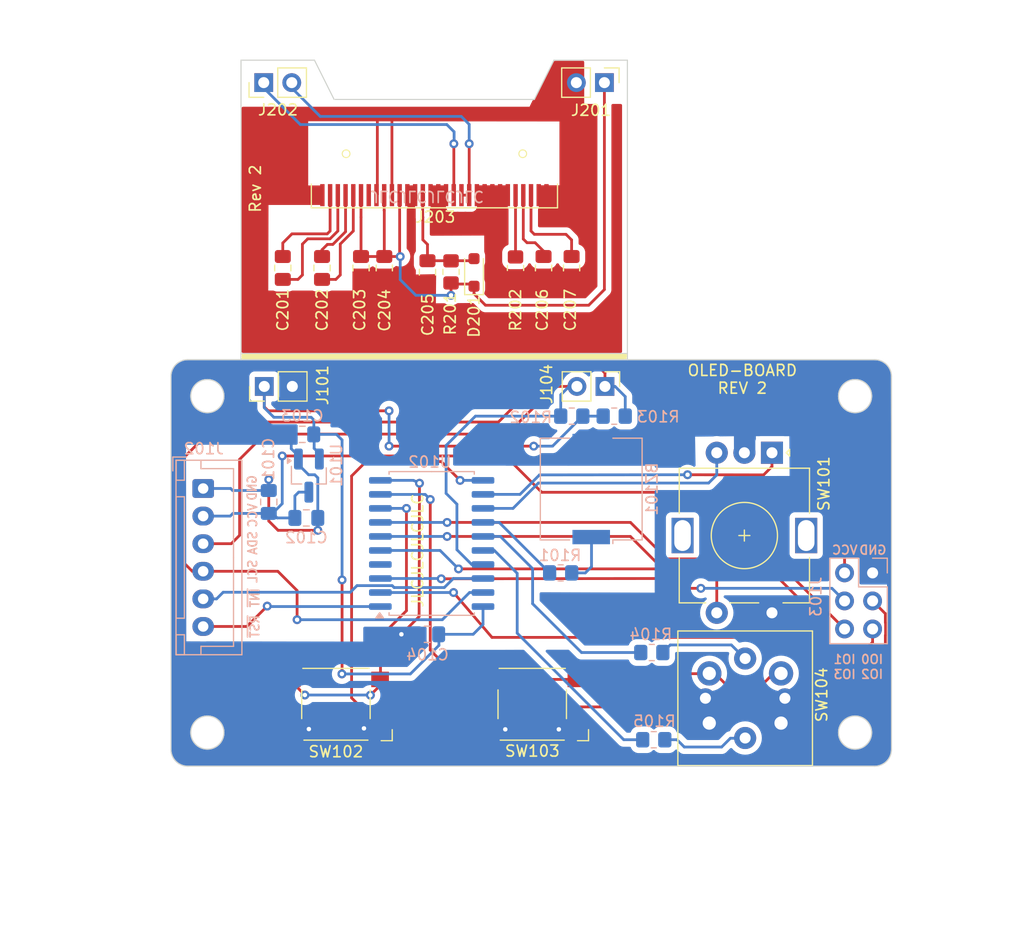
<source format=kicad_pcb>
(kicad_pcb (version 20240108) (generator "pcbnew") (generator_version "8.0")
  (title_block (date "2020-12-31") (rev "2"))
  (layers (0 "F.Cu" jumper) (31 "B.Cu" signal) (34 "B.Paste" user) (35 "F.Paste" user) (36 "B.SilkS" user "B.Silkscreen") (37 "F.SilkS" user "F.Silkscreen") (38 "B.Mask" user) (39 "F.Mask" user) (44 "Edge.Cuts" user))
  (net 0 "")
  (net 1 "GND")
  (net 2 "+3V3")
  (net 3 "VCC")
  (net 4 "~{RST}")
  (net 5 "Net-(BZ101-+)")
  (net 6 "Net-(J203-C2P)")
  (net 7 "Net-(J203-C2N)")
  (net 8 "Net-(J203-C1N)")
  (net 9 "Net-(J203-C1P)")
  (net 10 "Net-(D201-A)")
  (net 11 "SDA")
  (net 12 "SCL")
  (net 13 "~{INT}")
  (net 14 "IO1")
  (net 15 "IO0")
  (net 16 "Net-(J203-VCOMH)")
  (net 17 "LBTN")
  (net 18 "RBTN")
  (net 19 "MBTN")
  (net 20 "Net-(J203-VCC)")
  (net 21 "IO2")
  (net 22 "IO3")
  (net 23 "ENCB")
  (net 24 "ENCA")
  (net 25 "R-LED")
  (net 26 "G-LED")
  (net 27 "ENCBTN")
  (net 28 "Net-(J203-IREF)")
  (net 29 "BUZZER")
  (net 30 "Net-(R104-Pad2)")
  (net 31 "Net-(R105-Pad2)")
  (footprint "B3W-9000-RG2:B3W-9000-RG2" (layer "F.Cu") (at 121.8692 114.1)
    (property "Reference" "SW104")
    (property "Value" "B3W-9000-RG2N")
  )
  (footprint "Button_Switch_SMD:SW_SPST_Omron_B3FS-100xP" (layer "F.Cu") (at 102.5812 114.6429 180)
    (property "Reference" "SW103")
    (property "Value" "10mm")
  )
  (footprint "OledSupport-header:OledSupport-header" (layer "F.Cu") (at 109.1692 85.852 -90)
    (property "Reference" "J104")
    (property "Value" "Conn_01x02")
  )
  (footprint "OledSupport-header:OledSupport-header" (layer "F.Cu") (at 78.3082 85.852 90)
    (property "Reference" "J101")
    (property "Value" "Conn_01x02")
  )
  (footprint "Diode_SMD:D_SOD-323_HandSoldering" (layer "F.Cu") (at 97.3074 75.5269 90)
    (property "Reference" "D201")
    (property "Value" "1N4148WS")
  )
  (footprint "Capacitor_SMD:C_0805_2012Metric_Pad1.18x1.45mm_HandSolder" (layer "F.Cu") (at 87.0712 75.1205 -90)
    (property "Reference" "C203")
    (property "Value" "1µF")
  )
  (footprint "Capacitor_SMD:C_0805_2012Metric_Pad1.18x1.45mm_HandSolder" (layer "F.Cu") (at 79.9846 75.1205 -90)
    (property "Reference" "C201")
    (property "Value" "1µF")
  )
  (footprint "Capacitor_SMD:C_0805_2012Metric_Pad1.18x1.45mm_HandSolder" (layer "F.Cu") (at 103.6066 75.1205 -90)
    (property "Reference" "C206")
    (property "Value" "2.2µF/16V")
  )
  (footprint "Connector_PinHeader_2.54mm:PinHeader_1x02_P2.54mm_Vertical" (layer "F.Cu") (at 78.2574 58.3311 90)
    (property "Reference" "J202")
    (property "Value" "Conn_01x02")
  )
  (footprint "Capacitor_SMD:C_0805_2012Metric_Pad1.18x1.45mm_HandSolder" (layer "F.Cu") (at 106.1466 75.1205 -90)
    (property "Reference" "C207")
    (property "Value" "10µF")
  )
  (footprint "Resistor_SMD:R_0805_2012Metric_Pad1.20x1.40mm_HandSolder" (layer "F.Cu") (at 101.0666 75.1205 90)
    (property "Reference" "R202")
    (property "Value" "910K")
  )
  (footprint "Capacitor_SMD:C_0805_2012Metric_Pad1.18x1.45mm_HandSolder" (layer "F.Cu") (at 89.1794 75.1205 -90)
    (property "Reference" "C204")
    (property "Value" "1µF")
  )
  (footprint "Connector_PinHeader_2.54mm:PinHeader_1x02_P2.54mm_Vertical" (layer "F.Cu") (at 109.1184 58.3311 -90)
    (property "Reference" "J201")
    (property "Value" "Conn_01x02")
  )
  (footprint "Resistor_SMD:R_0805_2012Metric_Pad1.20x1.40mm_HandSolder" (layer "F.Cu") (at 95.2246 75.4761 90)
    (property "Reference" "R201")
    (property "Value" "10K")
  )
  (footprint "Display:OLED-128O064D" (layer "F.Cu") (at 93.7204 68.5231)
    (property "Reference" "J203")
    (property "Value" "SH1106")
  )
  (footprint "Capacitor_SMD:C_0805_2012Metric_Pad1.18x1.45mm_HandSolder" (layer "F.Cu") (at 83.5406 75.1205 -90)
    (property "Reference" "C202")
    (property "Value" "1µF")
  )
  (footprint "Capacitor_SMD:C_0805_2012Metric_Pad1.18x1.45mm_HandSolder" (layer "F.Cu") (at 93.091 75.5015 -90)
    (property "Reference" "C205")
    (property "Value" "100nF")
  )
  (footprint "Button_Switch_SMD:SW_SPST_Omron_B3FS-100xP" (layer "F.Cu") (at 84.7979 114.6429 180)
    (property "Reference" "SW102")
    (property "Value" "10mm")
  )
  (footprint "Rotary_Encoder:RotaryEncoder_Alps_EC11E-Switch_Vertical_H20mm" (layer "F.Cu") (at 124.29744 91.8591 -90)
    (property "Reference" "SW101")
    (property "Value" "Rotary Encoder + Switch")
  )
  (footprint "Connector_JST:JST_XH_B6B-XH-A_1x06_P2.50mm_Vertical" (layer "B.Cu") (at 72.771 95.0976 -90)
    (property "Reference" "J102")
    (property "Value" "Header")
  )
  (footprint "Connector_PinHeader_2.54mm:PinHeader_2x03_P2.54mm_Vertical" (layer "B.Cu") (at 133.4135 102.743 180)
    (property "Reference" "J103")
    (property "Value" "Header")
  )
  (footprint "Capacitor_SMD:C_0805_2012Metric_Pad1.18x1.45mm_HandSolder" (layer "B.Cu") (at 78.7146 96.3168 90)
    (property "Reference" "C101")
    (property "Value" "10µF")
  )
  (footprint "Capacitor_SMD:C_0805_2012Metric_Pad1.18x1.45mm_HandSolder" (layer "B.Cu") (at 81.7499 90.1954 180)
    (property "Reference" "C103")
    (property "Value" "100nF")
  )
  (footprint "Capacitor_SMD:C_0805_2012Metric_Pad1.18x1.45mm_HandSolder" (layer "B.Cu") (at 93.0656 108.3056 180)
    (property "Reference" "C104")
    (property "Value" "100nF")
  )
  (footprint "Resistor_SMD:R_0805_2012Metric_Pad1.20x1.40mm_HandSolder" (layer "B.Cu") (at 105.156 102.743)
    (property "Reference" "R101")
    (property "Value" "1K")
  )
  (footprint "Resistor_SMD:R_0805_2012Metric_Pad1.20x1.40mm_HandSolder" (layer "B.Cu") (at 113.5888 117.856)
    (property "Reference" "R105")
    (property "Value" "180")
  )
  (footprint "Buzzer_Beeper:Buzzer_Murata_PKMCS0909E" (layer "B.Cu") (at 107.9246 95.1484 90)
    (property "Reference" "BZ101")
    (property "Value" "PKMCS0909E4000-R1")
  )
  (footprint "Resistor_SMD:R_0805_2012Metric_Pad1.20x1.40mm_HandSolder" (layer "B.Cu") (at 113.411 109.9566)
    (property "Reference" "R104")
    (property "Value" "330")
  )
  (footprint "Capacitor_SMD:C_0805_2012Metric_Pad1.18x1.45mm_HandSolder" (layer "B.Cu") (at 82.1182 97.7646)
    (property "Reference" "C102")
    (property "Value" "100nF")
  )
  (footprint "Package_TO_SOT_SMD:SOT-23_Handsoldering" (layer "B.Cu") (at 82.3468 93.9292 -90)
    (property "Reference" "U101")
    (property "Value" "XC6206P")
  )
  (footprint "Resistor_SMD:R_0805_2012Metric_Pad1.20x1.40mm_HandSolder" (layer "B.Cu") (at 110.0074 88.5444 180)
    (property "Reference" "R103")
    (property "Value" "10K")
  )
  (footprint "Resistor_SMD:R_0805_2012Metric_Pad1.20x1.40mm_HandSolder" (layer "B.Cu") (at 106.1626 88.5444 180)
    (property "Reference" "R102")
    (property "Value" "10K")
  )
  (footprint "Package_SO:SOIC-20W_7.5x12.8mm_P1.27mm" (layer "B.Cu") (at 93.472 100.076)
    (property "Reference" "U102")
    (property "Value" "ATtiny4313-S")
  )
  (gr_line (start 76.4159 83.1469) (end 110.9853 83.1215) (stroke (width 0.5)) (layer "F.SilkS"))
  (gr_line (start 135.128 118.7323) (end 135.128 84.9503) (stroke (width 0.1)) (layer "Edge.Cuts"))
  (gr_line (start 69.85 84.9503) (end 69.85 118.7323) (stroke (width 0.1)) (layer "Edge.Cuts"))
  (gr_arc (start 135.128 118.7323) (mid 134.681631 119.809931) (end 133.604 120.2563) (stroke (width 0.1)) (layer "Edge.Cuts"))
  (gr_line (start 111.2012 82.8675) (end 111.2012 56.2991) (stroke (width 0.1)) (layer "Edge.Cuts"))
  (gr_line (start 84.6328 59.8551) (end 82.8548 56.2991) (stroke (width 0.1)) (layer "Edge.Cuts"))
  (gr_line (start 82.8548 56.2991) (end 76.2 56.2991) (stroke (width 0.1)) (layer "Edge.Cuts"))
  (gr_line (start 111.2012 56.2991) (end 104.5464 56.2991) (stroke (width 0.1)) (layer "Edge.Cuts"))
  (gr_line (start 111.2012 82.8675) (end 76.2 82.8675) (stroke (width 0.1)) (layer "Edge.Cuts"))
  (gr_line (start 76.2 82.8675) (end 76.2 56.2991) (stroke (width 0.1)) (layer "Edge.Cuts"))
  (gr_line (start 104.5464 56.2991) (end 102.7684 59.8551) (stroke (width 0.1)) (layer "Edge.Cuts"))
  (gr_line (start 102.7684 59.8551) (end 84.6328 59.8551) (stroke (width 0.1)) (layer "Edge.Cuts"))
  (gr_circle (center 131.826 117.2083) (end 133.326 117.2083) (stroke (width 0.1)) (fill none) (layer "Edge.Cuts"))
  (gr_line (start 76.2 82.8675) (end 76.2 83.4263) (stroke (width 0.1)) (layer "Edge.Cuts"))
  (gr_line (start 71.374 120.2563) (end 133.604 120.2563) (stroke (width 0.1)) (layer "Edge.Cuts"))
  (gr_arc (start 69.85 84.9503) (mid 70.296369 83.872669) (end 71.374 83.4263) (stroke (width 0.1)) (layer "Edge.Cuts"))
  (gr_circle (center 131.826 86.7283) (end 133.326 86.7283) (stroke (width 0.1)) (fill none) (layer "Edge.Cuts"))
  (gr_line (start 111.2012 82.8675) (end 111.2012 83.4263) (stroke (width 0.1)) (layer "Edge.Cuts"))
  (gr_arc (start 133.604 83.4263) (mid 134.681631 83.872669) (end 135.128 84.9503) (stroke (width 0.1)) (layer "Edge.Cuts"))
  (gr_circle (center 73.152 86.7283) (end 74.652 86.7283) (stroke (width 0.1)) (fill none) (layer "Edge.Cuts"))
  (gr_line (start 71.374 83.4263) (end 133.604 83.4263) (stroke (width 0.1)) (layer "Edge.Cuts"))
  (gr_circle (center 73.152 117.2083) (end 74.652 117.2083) (stroke (width 0.1)) (fill none) (layer "Edge.Cuts"))
  (gr_arc (start 71.374 120.2563) (mid 70.296369 119.809931) (end 69.85 118.7323) (stroke (width 0.1)) (layer "Edge.Cuts"))
  (gr_text "JLCJLCJLCJLC" (at 93.0656 68.6435 180) (layer "B.SilkS") (effects (font (size 1 1)) (justify mirror)))
  (gr_text "IO3" (at 130.8862 111.9378 0) (layer "B.SilkS") (effects (font (size 0.8 0.8)) (justify mirror)))
  (gr_text "VCC" (at 77.25 97.536 90) (layer "B.SilkS") (effects (font (size 0.8 0.75)) (justify mirror)))
  (gr_text "~{INT}" (at 77.45 105 90) (layer "B.SilkS") (effects (font (size 0.8 0.75)) (justify mirror)))
  (gr_text "IO2" (at 133.36524 111.9251 0) (layer "B.SilkS") (effects (font (size 0.8 0.8)) (justify mirror)))
  (gr_text "~{RST}" (at 77.45 107.6 90) (layer "B.SilkS") (effects (font (size 0.8 0.75)) (justify mirror)))
  (gr_text "GND" (at 133.43636 100.67544 0) (layer "B.SilkS") (effects (font (size 0.8 0.8)) (justify mirror)))
  (gr_text "IO0" (at 133.36524 110.57636 0) (layer "B.SilkS") (effects (font (size 0.8 0.8)) (justify mirror)))
  (gr_text "IO1" (at 130.87604 110.57636 0) (layer "B.SilkS") (effects (font (size 0.8 0.8)) (justify mirror)))
  (gr_text "SCL" (at 77.25 102.6 90) (layer "B.SilkS") (effects (font (size 0.8 0.75)) (justify mirror)))
  (gr_text "VCC" (at 130.89636 100.67036 0) (layer "B.SilkS") (effects (font (size 0.8 0.8)) (justify mirror)))
  (gr_text "SDA" (at 77.25 100.03536 90) (layer "B.SilkS") (effects (font (size 0.8 0.75)) (justify mirror)))
  (gr_text "GND" (at 77.2 95.04172 90) (layer "B.SilkS") (effects (font (size 0.8 0.75)) (justify mirror)))
  (gr_text "Rev 2" (at 77.4954 67.9323 90) (layer "F.SilkS") (effects (font (size 1 1))))
  (gr_text "JLCJLCJLCJLC" (at 92.202 100.711 90) (layer "F.SilkS") (effects (font (size 1 1))))
  (gr_text "OLED-BOARD\nREV 2" (at 121.6152 85.2043 0) (layer "F.SilkS") (effects (font (size 1 1))))
  (segment (start 101.0666 76.1205) (end 100.3666 76.1205) (width 0.25) (layer "F.Cu") (net 1))
  (segment (start 79.55534 98.88474) (end 83.15706 98.88474) (width 0.25) (layer "F.Cu") (net 1))
  (segment (start 88.54948 61.48832) (end 88.54948 68.44402) (width 0.25) (layer "F.Cu") (net 1))
  (segment (start 81.59496 68.3514) (end 81.76666 68.5231) (width 0.25) (layer "F.Cu") (net 1))
  (segment (start 82.3447 116.8929) (end 82.3468 116.8908) (width 0.25) (layer "F.Cu") (net 1))
  (segment (start 78.7146 98.044) (end 79.55534 98.88474) (width 0.25) (layer "F.Cu") (net 1))
  (segment (start 98.5812 116.8929) (end 100.1162 116.8929) (width 0.25) (layer "F.Cu") (net 1))
  (segment (start 89.8704 68.5231) (end 89.8704 61.47296) (width 0.25) (layer "F.Cu") (net 1))
  (segment (start 89.8704 61.47296) (end 89.85504 61.48832) (width 0.25) (layer "F.Cu") (net 1))
  (segment (start 89.85504 61.48832) (end 88.54948 61.48832) (width 0.25) (layer "F.Cu") (net 1))
  (segment (start 90.7288 108.3056) (end 92.332823 106.701577) (width 0.25) (layer "F.Cu") (net 1))
  (segment (start 80.7979 116.8929) (end 82.3447 116.8929) (width 0.25) (layer "F.Cu") (net 1))
  (segment (start 92.332823 106.701577) (end 92.332823 106.498377) (width 0.25) (layer "F.Cu") (net 1))
  (segment (start 81.59496 61.48832) (end 81.59496 68.3514) (width 0.25) (layer "F.Cu") (net 1))
  (segment (start 83.080354 98.88474) (end 83.15706 98.88474) (width 0.25) (layer "F.Cu") (net 1))
  (segment (start 88.54948 61.48832) (end 81.59496 61.48832) (width 0.25) (layer "F.Cu") (net 1))
  (segment (start 91.2704 68.5231) (end 91.2704 68.79648) (width 0.25) (layer "F.Cu") (net 1))
  (segment (start 92.332823 106.498377) (end 92.3671 94.62008) (width 0.25) (layer "F.Cu") (net 1))
  (segment (start 81.76666 68.5231) (end 83.5704 68.5231) (width 0.25) (layer "F.Cu") (net 1))
  (segment (start 104.9909 116.9162) (end 106.5579 116.9162) (width 0.25) (layer "F.Cu") (net 1))
  (segment (start 88.7323 116.8273) (end 88.7979 116.8929) (width 0.25) (layer "F.Cu") (net 1))
  (segment (start 78.7146 94.290133) (end 78.7146 98.044) (width 0.25) (layer "F.Cu") (net 1))
  (segment (start 100.1162 116.8929) (end 100.1395 116.9162) (width 0.25) (layer "F.Cu") (net 1))
  (segment (start 87.3379 116.8273) (end 88.7323 116.8273) (width 0.25) (layer "F.Cu") (net 1))
  (segment (start 88.54948 68.44402) (end 88.4704 68.5231) (width 0.25) (layer "F.Cu") (net 1))
  (via (at 100.1395 116.9162) (size 0.8) (drill 0.4) (layers "F.Cu" "B.Cu") (net 1))
  (via (at 82.3468 116.8908) (size 0.8) (drill 0.4) (layers "F.Cu" "B.Cu") (net 1))
  (via (at 104.9909 116.9162) (size 0.8) (drill 0.4) (layers "F.Cu" "B.Cu") (net 1))
  (via (at 78.7146 94.290133) (size 0.8) (drill 0.4) (layers "F.Cu" "B.Cu") (net 1))
  (via (at 87.3379 116.8273) (size 0.8) (drill 0.4) (layers "F.Cu" "B.Cu") (net 1))
  (via (at 83.15706 98.88474) (size 0.8) (drill 0.4) (layers "F.Cu" "B.Cu") (net 1))
  (via (at 92.3671 94.62008) (size 0.8) (drill 0.4) (layers "F.Cu" "B.Cu") (net 1))
  (via (at 90.7288 108.3056) (size 0.8) (drill 0.4) (layers "F.Cu" "B.Cu") (net 1))
  (segment (start 80.8482 89.5643) (end 80.7505 89.662) (width 0.25) (layer "B.Cu") (net 1))
  (segment (start 81.3976 92.9292) (end 82.3214 93.853) (width 0.25) (layer "B.Cu") (net 1))
  (segment (start 92.0027 108.5342) (end 92.0535 108.585) (width 0.25) (layer "B.Cu") (net 1))
  (segment (start 80.7505 91.4947) (end 80.7505 90.2335) (width 0.25) (layer "B.Cu") (net 1))
  (segment (start 82.8802 93.853) (end 83.1557 94.1285) (width 0.25) (layer "B.Cu") (net 1))
  (segment (start 83.1557 97.7646) (end 83.1557 98.88338) (width 0.25) (layer "B.Cu") (net 1))
  (segment (start 81.3968 92.9292) (end 81.3968 92.141) (width 0.25) (layer "B.Cu") (net 1))
  (segment (start 81.3968 92.9292) (end 81.3968 92.9284) (width 0.5) (layer "B.Cu") (net 1))
  (segment (start 72.771 95.0976) (end 75.2602 95.0976) (width 0.25) (layer "B.Cu") (net 1))
  (segment (start 83.1557 98.88338) (end 83.15706 98.88474) (width 0.25) (layer "B.Cu") (net 1))
  (segment (start 83.1557 94.1285) (end 83.1557 97.7646) (width 0.25) (layer "B.Cu") (net 1))
  (segment (start 78.7146 94.290133) (end 78.7146 95.2793) (width 0.25) (layer "B.Cu") (net 1))
  (segment (start 81.3968 92.141) (end 80.7505 91.4947) (width 0.25) (layer "B.Cu") (net 1))
  (segment (start 81.3968 92.9292) (end 81.3976 92.9292) (width 0.25) (layer "B.Cu") (net 1))
  (segment (start 92.3671 94.62008) (end 91.821 94.361) (width 0.25) (layer "B.Cu") (net 1))
  (segment (start 75.2602 95.0976) (end 75.4419 95.2793) (width 0.25) (layer "B.Cu") (net 1))
  (segment (start 78.7146 95.2793) (end 75.4419 95.2793) (width 0.25) (layer "B.Cu") (net 1))
  (segment (start 91.821 94.361) (end 88.822 94.361) (width 0.25) (layer "B.Cu") (net 1))
  (segment (start 82.3214 93.853) (end 82.8802 93.853) (width 0.25) (layer "B.Cu") (net 1))
  (segment (start 97.3074 76.5769) (end 95.3254 76.5769) (width 0.25) (layer "F.Cu") (net 2))
  (segment (start 109.1184 58.3311) (end 109.1184 77.0763) (width 0.25) (layer "F.Cu") (net 2))
  (segment (start 87.0712 74.083) (end 89.1794 74.083) (width 0.25) (layer "F.Cu") (net 2))
  (segment (start 90.5704 74.03754) (end 90.62212 74.08926) (width 0.25) (layer "F.Cu") (net 2))
  (segment (start 87.0712 74.083) (end 87.0712 70.5239) (width 0.25) (layer "F.Cu") (net 2))
  (segment (start 95.2246 76.4761) (end 95.2246 77.4065) (width 0.25) (layer "F.Cu") (net 2))
  (segment (start 89.1833 74.0791) (end 89.1794 74.083) (width 0.25) (layer "F.Cu") (net 2))
  (segment (start 107.696 78.4987) (end 98.3488 78.4987) (width 0.25) (layer "F.Cu") (net 2))
  (segment (start 98.3488 78.4987) (end 97.3074 77.4573) (width 0.25) (layer "F.Cu") (net 2))
  (segment (start 90.5704 68.5231) (end 90.5704 74.03754) (width 0.25) (layer "F.Cu") (net 2))
  (segment (start 109.1184 77.0763) (end 107.696 78.4987) (width 0.25) (layer "F.Cu") (net 2))
  (segment (start 97.3074 77.4573) (end 97.3074 76.5769) (width 0.25) (layer "F.Cu") (net 2))
  (segment (start 89.1794 74.083) (end 90.61586 74.083) (width 0.25) (layer "F.Cu") (net 2))
  (segment (start 89.1704 69.9172) (end 89.1704 68.5231) (width 0.25) (layer "F.Cu") (net 2))
  (segment (start 87.0712 70.5239) (end 87.0712 68.5239) (width 0.25) (layer "F.Cu") (net 2))
  (segment (start 85.265262 111.8235) (end 85.338922 111.89716) (width 0.25) (layer "F.Cu") (net 2))
  (segment (start 85.35416 111.881922) (end 85.338922 111.89716) (width 0.25) (layer "F.Cu") (net 2))
  (segment (start 85.35416 103.378) (end 85.35416 111.881922) (width 0.25) (layer "F.Cu") (net 2))
  (segment (start 78.3082 87.7062) (end 78.3082 85.852) (width 0.25) (layer "F.Cu") (net 2))
  (segment (start 89.1794 74.083) (end 89.1794 69.9262) (width 0.25) (layer "F.Cu") (net 2))
  (segment (start 89.6112 88.0618) (end 78.6638 88.0618) (width 0.25) (layer "F.Cu") (net 2))
  (segment (start 89.6112 91.2622) (end 102.7176 91.2622) (width 0.25) (layer "F.Cu") (net 2))
  (segment (start 89.1794 69.9262) (end 89.1704 69.9172) (width 0.25) (layer "F.Cu") (net 2))
  (segment (start 78.6638 88.0618) (end 78.3082 87.7062) (width 0.25) (layer "F.Cu") (net 2))
  (segment (start 87.0712 68.5239) (end 87.0704 68.5231) (width 0.25) (layer "F.Cu") (net 2))
  (via (at 95.2246 77.597) (size 0.8) (drill 0.4) (layers "F.Cu" "B.Cu") (net 2))
  (via (at 90.62212 74.08926) (size 0.8) (drill 0.4) (layers "F.Cu" "B.Cu") (net 2))
  (via (at 89.6112 91.2622) (size 0.8) (drill 0.4) (layers "F.Cu" "B.Cu") (net 2))
  (via (at 89.6112 88.0618) (size 0.8) (drill 0.4) (layers "F.Cu" "B.Cu") (net 2))
  (via (at 85.338922 111.89716) (size 0.8) (drill 0.4) (layers "F.Cu" "B.Cu") (net 2))
  (via (at 102.7176 91.2622) (size 0.8) (drill 0.4) (layers "F.Cu" "B.Cu") (net 2))
  (via (at 85.35416 103.378) (size 0.8) (drill 0.4) (layers "F.Cu" "B.Cu") (net 2))
  (segment (start 90.62212 76.18222) (end 90.62212 74.08926) (width 0.25) (layer "B.Cu") (net 2))
  (segment (start 95.2246 77.597) (end 92.0369 77.597) (width 0.25) (layer "B.Cu") (net 2))
  (segment (start 92.0369 77.597) (end 90.62212 76.18222) (width 0.25) (layer "B.Cu") (net 2))
  (segment (start 79.1718 88.646) (end 78.3082 87.7824) (width 0.25) (layer "B.Cu") (net 2))
  (segment (start 94.1285 109.31) (end 91.54134 111.89716) (width 0.25) (layer "B.Cu") (net 2))
  (segment (start 82.8255 91.4615) (end 82.8255 90.4494) (width 0.25) (layer "B.Cu") (net 2))
  (segment (start 97.2312 108.3056) (end 94.1031 108.3056) (width 0.25) (layer "B.Cu") (net 2))
  (segment (start 82.8001 90.424) (end 82.8001 88.8961) (width 0.25) (layer "B.Cu") (net 2))
  (segment (start 83.2968 91.9328) (end 82.8255 91.4615) (width 0.25) (layer "B.Cu") (net 2))
  (segment (start 85.35416 103.378) (end 85.35416 90.70086) (width 0.25) (layer "B.Cu") (net 2))
  (segment (start 85.35416 90.70086) (end 84.8487 90.1954) (width 0.25) (layer "B.Cu") (net 2))
  (segment (start 94.1285 108.585) (end 94.234 108.585) (width 0.25) (layer "B.Cu") (net 2))
  (segment (start 84.8487 90.1954) (end 82.7874 90.1954) (width 0.25) (layer "B.Cu") (net 2))
  (segment (start 83.2968 92.9292) (end 83.2968 91.9328) (width 0.25) (layer "B.Cu") (net 2))
  (segment (start 98.122 107.4148) (end 97.2312 108.3056) (width 0.25) (layer "B.Cu") (net 2))
  (segment (start 89.6112 91.2622) (end 89.6112 88.0618) (width 0.25) (layer "B.Cu") (net 2))
  (segment (start 94.1285 108.585) (end 94.1285 109.31) (width 0.25) (layer "B.Cu") (net 2))
  (segment (start 102.7176 91.2622) (end 104.4194 91.2622) (width 0.25) (layer "B.Cu") (net 2))
  (segment (start 107.1626 88.5444) (end 109.0074 88.5444) (width 0.25) (layer "B.Cu") (net 2))
  (segment (start 91.54134 111.89716) (end 85.338922 111.89716) (width 0.25) (layer "B.Cu") (net 2))
  (segment (start 82.8001 88.8961) (end 82.55 88.646) (width 0.25) (layer "B.Cu") (net 2))
  (segment (start 107.1372 88.5444) (end 104.4194 91.2622) (width 0.25) (layer "B.Cu") (net 2))
  (segment (start 82.8255 90.4494) (end 82.8001 90.424) (width 0.25) (layer "B.Cu") (net 2))
  (segment (start 78.3082 87.7824) (end 78.3082 85.852) (width 0.25) (layer "B.Cu") (net 2))
  (segment (start 98.122 105.791) (end 98.122 107.4148) (width 0.25) (layer "B.Cu") (net 2))
  (segment (start 82.55 88.646) (end 79.1718 88.646) (width 0.25) (layer "B.Cu") (net 2))
  (segment (start 79.9338 92.1512) (end 100.1522 92.1512) (width 0.25) (layer "F.Cu") (net 3))
  (segment (start 130.0353 95.4405) (end 130.8735 96.2787) (width 0.25) (layer "F.Cu") (net 3))
  (segment (start 103.4415 95.4405) (end 130.0353 95.4405) (width 0.25) (layer "F.Cu") (net 3))
  (segment (start 100.1522 92.1512) (end 103.4415 95.4405) (width 0.25) (layer "F.Cu") (net 3))
  (segment (start 130.8735 96.2787) (end 130.8735 102.743) (width 0.25) (layer "F.Cu") (net 3))
  (via (at 79.9338 92.1512) (size 0.8) (drill 0.4) (layers "F.Cu" "B.Cu") (net 3))
  (segment (start 80.6704 97.7646) (end 81.0807 97.7646) (width 0.25) (layer "B.Cu") (net 3))
  (segment (start 79.9338 96.4692) (end 79.0487 97.3543) (width 0.25) (layer "B.Cu") (net 3))
  (segment (start 81.4208 95.4292) (end 81.0807 95.7693) (width 0.25) (layer "B.Cu") (net 3))
  (segment (start 79.0663 97.3543) (end 79.4766 97.7646) (width 0.25) (layer "B.Cu") (net 3))
  (segment (start 81.0807 95.7693) (end 81.0807 97.7646) (width 0.25) (layer "B.Cu") (net 3))
  (segment (start 79.9338 92.1512) (end 79.9338 96.4692) (width 0.25) (layer "B.Cu") (net 3))
  (segment (start 82.3468 95.4292) (end 81.4208 95.4292) (width 0.25) (layer "B.Cu") (net 3))
  (segment (start 75.224 97.5976) (end 75.4673 97.3543) (width 0.25) (layer "B.Cu") (net 3))
  (segment (start 79.4766 97.7646) (end 81.0807 97.7646) (width 0.25) (layer "B.Cu") (net 3))
  (segment (start 75.4673 97.3543) (end 77.9272 97.3543) (width 0.25) (layer "B.Cu") (net 3))
  (segment (start 72.771 97.5976) (end 75.224 97.5976) (width 0.25) (layer "B.Cu") (net 3))
  (segment (start 77.9272 97.3543) (end 79.0663 97.3543) (width 0.25) (layer "B.Cu") (net 3))
  (segment (start 76.72909 107.5976) (end 78.5749 105.75179) (width 0.25) (layer "F.Cu") (net 4))
  (segment (start 72.771 107.5976) (end 76.72909 107.5976) (width 0.25) (layer "F.Cu") (net 4))
  (via (at 78.5749 105.75179) (size 0.8) (drill 0.4) (layers "F.Cu" "B.Cu") (net 4))
  (segment (start 78.61411 105.791) (end 78.5749 105.75179) (width 0.25) (layer "B.Cu") (net 4))
  (segment (start 88.822 105.791) (end 78.61411 105.791) (width 0.25) (layer "B.Cu") (net 4))
  (segment (start 106.156 102.743) (end 107.3912 102.743) (width 0.25) (layer "B.Cu") (net 5))
  (segment (start 107.3912 102.743) (end 107.95 102.1842) (width 0.25) (layer "B.Cu") (net 5))
  (segment (start 107.95 102.1842) (end 107.95 99.5238) (width 0.25) (layer "B.Cu") (net 5))
  (segment (start 79.9846 72.8599) (end 80.81561 72.02889) (width 0.25) (layer "F.Cu") (net 6))
  (segment (start 80.81561 72.02889) (end 84.01461 72.02889) (width 0.25) (layer "F.Cu") (net 6))
  (segment (start 79.9846 74.083) (end 79.9846 72.8599) (width 0.25) (layer "F.Cu") (net 6))
  (segment (start 84.01461 72.02889) (end 84.2704 71.7731) (width 0.25) (layer "F.Cu") (net 6))
  (segment (start 84.2704 71.7731) (end 84.2704 68.5231) (width 0.25) (layer "F.Cu") (net 6))
  (segment (start 80.0608 74.0068) (end 79.9846 74.083) (width 0.25) (layer "F.Cu") (net 6))
  (segment (start 81.7626 72.9615) (end 82.2452 72.4789) (width 0.25) (layer "F.Cu") (net 7))
  (segment (start 81.7626 75.7555) (end 81.3601 76.158) (width 0.25) (layer "F.Cu") (net 7))
  (segment (start 84.9704 71.7731) (end 84.2646 72.4789) (width 0.25) (layer "F.Cu") (net 7))
  (segment (start 84.9704 68.5231) (end 84.9704 71.7731) (width 0.25) (layer "F.Cu") (net 7))
  (segment (start 84.2646 72.4789) (end 82.2452 72.4789) (width 0.25) (layer "F.Cu") (net 7))
  (segment (start 81.3601 76.158) (end 79.9846 76.158) (width 0.25) (layer "F.Cu") (net 7))
  (segment (start 81.7626 75.7555) (end 81.7626 72.9615) (width 0.25) (layer "F.Cu") (net 7))
  (segment (start 85.1916 75.7555) (end 85.1916 72.9519) (width 0.25) (layer "F.Cu") (net 8))
  (segment (start 85.1916 72.9519) (end 86.3704 71.7731) (width 0.25) (layer "F.Cu") (net 8))
  (segment (start 86.3704 71.7731) (end 86.3704 68.5231) (width 0.25) (layer "F.Cu") (net 8))
  (segment (start 84.7891 76.158) (end 85.1916 75.7555) (width 0.25) (layer "F.Cu") (net 8))
  (segment (start 83.5406 76.158) (end 84.7891 76.158) (width 0.25) (layer "F.Cu") (net 8))
  (segment (start 84.52019 72.9869) (end 84.0232 72.9869) (width 0.25) (layer "F.Cu") (net 9))
  (segment (start 85.6704 71.83669) (end 84.52019 72.9869) (width 0.25) (layer "F.Cu") (net 9))
  (segment (start 85.6704 68.5231) (end 85.6704 71.83669) (width 0.25) (layer "F.Cu") (net 9))
  (segment (start 84.0232 72.9869) (end 83.5406 73.4695) (width 0.25) (layer "F.Cu") (net 9))
  (segment (start 83.5406 73.4695) (end 83.5406 74.083) (width 0.25) (layer "F.Cu") (net 9))
  (segment (start 93.091 74.464) (end 97.2945 74.464) (width 0.25) (layer "F.Cu") (net 10))
  (segment (start 92.6704 70.5231) (end 92.6704 72.5663) (width 0.25) (layer "F.Cu") (net 10))
  (segment (start 92.6704 72.5663) (end 93.091 72.9869) (width 0.25) (layer "F.Cu") (net 10))
  (segment (start 93.091 72.9869) (end 93.091 74.464) (width 0.25) (layer "F.Cu") (net 10))
  (segment (start 92.6975 74.5023) (end 92.6592 74.464) (width 0.25) (layer "F.Cu") (net 10))
  (segment (start 95.0093 74.464) (end 95.0214 74.4761) (width 0.25) (layer "F.Cu") (net 10))
  (segment (start 92.6592 70.5343) (end 92.6704 70.5231) (width 0.25) (layer "F.Cu") (net 10))
  (segment (start 92.6592 70.5343) (end 92.6592 68.5343) (width 0.25) (layer "F.Cu") (net 10))
  (segment (start 92.6592 68.5343) (end 92.6704 68.5231) (width 0.25) (layer "F.Cu") (net 10))
  (segment (start 96.8704 63.8631) (end 96.8704 68.6129) (width 0.25) (layer "F.Cu") (net 11))
  (segment (start 96.8704 68.5231) (end 96.1704 68.5231) (width 0.25) (layer "F.Cu") (net 11))
  (segment (start 78.359 90.17) (end 100.3046 90.17) (width 0.25) (layer "F.Cu") (net 11))
  (segment (start 76.073 99.3394) (end 76.073 92.456) (width 0.25) (layer "F.Cu") (net 11))
  (segment (start 72.771 100.0976) (end 75.3148 100.0976) (width 0.25) (layer "F.Cu") (net 11))
  (segment (start 104.6226 85.852) (end 106.6292 85.852) (width 0.25) (layer "F.Cu") (net 11))
  (segment (start 100.3046 90.17) (end 104.6226 85.852) (width 0.25) (layer "F.Cu") (net 11))
  (segment (start 75.3148 100.0976) (end 76.073 99.3394) (width 0.25) (layer "F.Cu") (net 11))
  (segment (start 76.073 92.456) (end 78.359 90.17) (width 0.25) (layer "F.Cu") (net 11))
  (segment (start 72.3265 100.1865) (end 72.39 100.123) (width 0.25) (layer "F.Cu") (net 11))
  (via (at 96.8704 63.8683) (size 0.8) (drill 0.4) (layers "F.Cu" "B.Cu") (net 11))
  (segment (start 72.3646 100.0976) (end 72.360428 100.0976) (width 0.25) (layer "B.Cu") (net 11))
  (segment (start 97.4344 88.5444) (end 105.1626 88.5444) (width 0.25) (layer "B.Cu") (net 11))
  (segment (start 96.8704 62.11304) (end 96.8704 63.8631) (width 0.25) (layer "B.Cu") (net 11))
  (segment (start 94.778999 95.540999) (end 94.778999 91.199801) (width 0.25) (layer "B.Cu") (net 11))
  (segment (start 106.6292 85.852) (end 105.9232 85.852) (width 0.25) (layer "B.Cu") (net 11))
  (segment (start 83.3755 61.3918) (end 96.14916 61.3918) (width 0.25) (layer "B.Cu") (net 11))
  (segment (start 106.6292 85.852) (end 105.898 85.852) (width 0.25) (layer "B.Cu") (net 11))
  (segment (start 105.1626 86.6126) (end 105.1626 88.5444) (width 0.25) (layer "B.Cu") (net 11))
  (segment (start 80.7974 58.3311) (end 80.7974 58.8137) (width 0.25) (layer "B.Cu") (net 11))
  (segment (start 95.758 96.52) (end 94.778999 95.540999) (width 0.25) (layer "B.Cu") (net 11))
  (segment (start 105.9232 85.852) (end 105.1626 86.6126) (width 0.25) (layer "B.Cu") (net 11))
  (segment (start 106.6292 85.852) (end 106.6292 86.4108) (width 0.25) (layer "B.Cu") (net 11))
  (segment (start 96.14916 61.3918) (end 96.8704 62.11304) (width 0.25) (layer "B.Cu") (net 11))
  (segment (start 98.122 101.981) (end 97.097 101.981) (width 0.25) (layer "B.Cu") (net 11))
  (segment (start 80.7974 58.8137) (end 83.3755 61.3918) (width 0.25) (layer "B.Cu") (net 11))
  (segment (start 95.758 100.642) (end 95.758 96.52) (width 0.25) (layer "B.Cu") (net 11))
  (segment (start 97.097 101.981) (end 95.758 100.642) (width 0.25) (layer "B.Cu") (net 11))
  (segment (start 94.778999 91.199801) (end 97.4344 88.5444) (width 0.25) (layer "B.Cu") (net 11))
  (segment (start 99.5172 89.0778) (end 104.521 84.074) (width 0.25) (layer "F.Cu") (net 12))
  (segment (start 76.9112 89.0778) (end 99.5172 89.0778) (width 0.25) (layer "F.Cu") (net 12))
  (segment (start 81.28 106.9848) (end 81.28 104.3432) (width 0.25) (layer "F.Cu") (net 12))
  (segment (start 95.4786 63.8683) (end 95.4786 68.5149) (width 0.25) (layer "F.Cu") (net 12))
  (segment (start 109.1692 84.64622) (end 109.1692 85.852) (width 0.25) (layer "F.Cu") (net 12))
  (segment (start 79.5344 102.5976) (end 72.771 102.5976) (width 0.25) (layer "F.Cu") (net 12))
  (segment (start 70.5358 92.7862) (end 72.644 90.678) (width 0.25) (layer "F.Cu") (net 12))
  (segment (start 72.644 90.678) (end 75.311 90.678) (width 0.25) (layer "F.Cu") (net 12))
  (segment (start 70.5358 101.346) (end 70.5358 92.7862) (width 0.25) (layer "F.Cu") (net 12))
  (segment (start 72.771 102.5976) (end 71.7874 102.5976) (width 0.25) (layer "F.Cu") (net 12))
  (segment (start 81.28 104.3432) (end 79.5344 102.5976) (width 0.25) (layer "F.Cu") (net 12))
  (segment (start 75.311 90.678) (end 76.9112 89.0778) (width 0.25) (layer "F.Cu") (net 12))
  (segment (start 71.7874 102.5976) (end 70.5358 101.346) (width 0.25) (layer "F.Cu") (net 12))
  (segment (start 108.59698 84.074) (end 109.1692 84.64622) (width 0.25) (layer "F.Cu") (net 12))
  (segment (start 104.521 84.074) (end 108.59698 84.074) (width 0.25) (layer "F.Cu") (net 12))
  (via (at 95.4786 63.8683) (size 0.8) (drill 0.4) (layers "F.Cu" "B.Cu") (net 12))
  (via (at 81.28 106.9848) (size 0.8) (drill 0.4) (layers "F.Cu" "B.Cu") (net 12))
  (segment (start 95.504 62.7888) (end 94.8436 62.1284) (width 0.25) (layer "B.Cu") (net 12))
  (segment (start 96.901 104.521) (end 98.122 104.521) (width 0.25) (layer "B.Cu") (net 12))
  (segment (start 94.8436 62.1284) (end 81.5721 62.1284) (width 0.25) (layer "B.Cu") (net 12))
  (segment (start 110.0836 85.852) (end 111.0074 86.7758) (width 0.25) (layer "B.Cu") (net 12))
  (segment (start 95.504 63.8048) (end 95.504 62.7888) (width 0.25) (layer "B.Cu") (net 12))
  (segment (start 81.28 106.9848) (end 94.4372 106.9848) (width 0.25) (layer "B.Cu") (net 12))
  (segment (start 94.4372 106.9848) (end 96.901 104.521) (width 0.25) (layer "B.Cu") (net 12))
  (segment (start 81.5721 62.1284) (end 78.2574 58.8137) (width 0.25) (layer "B.Cu") (net 12))
  (segment (start 111.0074 86.7758) (end 111.0074 88.5444) (width 0.25) (layer "B.Cu") (net 12))
  (segment (start 78.2574 58.8137) (end 78.2574 58.3311) (width 0.25) (layer "B.Cu") (net 12))
  (segment (start 109.1692 85.852) (end 110.0836 85.852) (width 0.25) (layer "B.Cu") (net 12))
  (segment (start 94.614012 104.07099) (end 90.068758 104.07099) (width 0.25) (layer "B.Cu") (net 13))
  (segment (start 90.068758 104.07099) (end 89.893758 103.89599) (width 0.25) (layer "B.Cu") (net 13))
  (segment (start 72.771 105.0976) (end 73.9826 105.0976) (width 0.25) (layer "B.Cu") (net 13))
  (segment (start 74.5846 104.4956) (end 73.9826 105.0976) (width 0.25) (layer "B.Cu") (net 13))
  (segment (start 86.70561 103.89599) (end 86.106 104.4956) (width 0.25) (layer "B.Cu") (net 13))
  (segment (start 89.893758 103.89599) (end 86.70561 103.89599) (width 0.25) (layer "B.Cu") (net 13))
  (segment (start 86.106 104.4956) (end 74.5846 104.4956) (width 0.25) (layer "B.Cu") (net 13))
  (segment (start 98.122 103.251) (end 95.434002 103.251) (width 0.25) (layer "B.Cu") (net 13))
  (segment (start 95.434002 103.251) (end 94.614012 104.07099) (width 0.25) (layer "B.Cu") (net 13))
  (segment (start 115.315998 104.139998) (end 117.856 104.139998) (width 0.25) (layer "F.Cu") (net 14))
  (segment (start 114.427 103.251) (end 115.315998 104.139998) (width 0.25) (layer "F.Cu") (net 14))
  (segment (start 94.3356 103.2764) (end 114.427 103.251) (width 0.25) (layer "F.Cu") (net 14))
  (via (at 94.3356 103.2764) (size 0.8) (drill 0.4) (layers "F.Cu" "B.Cu") (net 14))
  (via (at 117.856 104.139998) (size 0.8) (drill 0.4) (layers "F.Cu" "B.Cu") (net 14))
  (segment (start 117.856 104.139998) (end 129.730498 104.139998) (width 0.25) (layer "B.Cu") (net 14))
  (segment (start 88.822 103.251) (end 94.3102 103.251) (width 0.25) (layer "B.Cu") (net 14))
  (segment (start 129.730498 104.139998) (end 130.8735 105.283) (width 0.25) (layer "B.Cu") (net 14))
  (segment (start 134.588501 108.387001) (end 134.588501 107.258999) (width 0.25) (layer "F.Cu") (net 15))
  (segment (start 134.5692 108.406302) (end 134.588501 108.387001) (width 0.25) (layer "F.Cu") (net 15))
  (segment (start 95.4532 104.521) (end 98.933 108.585) (width 0.25) (layer "F.Cu") (net 15))
  (segment (start 128.905 111.125) (end 133.35 111.125) (width 0.25) (layer "F.Cu") (net 15))
  (segment (start 134.5692 106.4387) (end 133.4135 105.283) (width 0.25) (layer "F.Cu") (net 15))
  (segment (start 134.588501 107.258999) (end 134.5692 107.239698) (width 0.25) (layer "F.Cu") (net 15))
  (segment (start 134.5692 107.239698) (end 134.5692 106.4387) (width 0.25) (layer "F.Cu") (net 15))
  (segment (start 126.365 108.585) (end 128.905 111.125) (width 0.25) (layer "F.Cu") (net 15))
  (segment (start 133.35 111.125) (end 134.5692 109.9058) (width 0.25) (layer "F.Cu") (net 15))
  (segment (start 134.5692 109.9058) (end 134.5692 108.406302) (width 0.25) (layer "F.Cu") (net 15))
  (segment (start 98.933 108.585) (end 126.365 108.585) (width 0.25) (layer "F.Cu") (net 15))
  (via (at 95.4532 104.521) (size 0.8) (drill 0.4) (layers "F.Cu" "B.Cu") (net 15))
  (segment (start 95.4532 104.521) (end 88.822 104.521) (width 0.25) (layer "B.Cu") (net 15))
  (segment (start 103.6066 73.5965) (end 102.8446 72.8345) (width 0.25) (layer "F.Cu") (net 16))
  (segment (start 101.7704 72.4969) (end 101.7704 68.5231) (width 0.25) (layer "F.Cu") (net 16))
  (segment (start 102.8446 72.8345) (end 102.108 72.8345) (width 0.25) (layer "F.Cu") (net 16))
  (segment (start 103.6066 74.083) (end 103.6066 73.5965) (width 0.25) (layer "F.Cu") (net 16))
  (segment (start 102.108 72.8345) (end 101.7704 72.4969) (width 0.25) (layer "F.Cu") (net 16))
  (segment (start 80.7979 112.61775) (end 81.98485 113.8047) (width 0.25) (layer "F.Cu") (net 17))
  (segment (start 88.7979 112.3929) (end 88.7979 112.9416) (width 0.25) (layer "F.Cu") (net 17))
  (segment (start 91.186 96.9391) (end 91.186 106.172) (width 0.25) (layer "F.Cu") (net 17))
  (segment (start 88.7979 112.9416) (end 87.9221 113.8174) (width 0.25) (layer "F.Cu") (net 17))
  (segment (start 91.186 106.172) (end 88.836 108.522) (width 0.25) (layer "F.Cu") (net 17))
  (segment (start 88.836 108.522) (end 88.836 112.3548) (width 0.25) (layer "F.Cu") (net 17))
  (via (at 81.98485 113.8047) (size 0.8) (drill 0.4) (layers "F.Cu" "B.Cu") (net 17))
  (via (at 87.9221 113.8174) (size 0.8) (drill 0.4) (layers "F.Cu" "B.Cu") (net 17))
  (via (at 91.186 96.9) (size 0.8) (drill 0.4) (layers "F.Cu" "B.Cu") (net 17))
  (segment (start 91.186 96.9) (end 88.8601 96.9) (width 0.25) (layer "B.Cu") (net 17))
  (segment (start 81.98485 113.8047) (end 87.9094 113.8047) (width 0.25) (layer "B.Cu") (net 17))
  (segment (start 87.9094 113.8047) (end 87.9221 113.8174) (width 0.25) (layer "B.Cu") (net 17))
  (segment (start 95.9972 112.3929) (end 98.5812 112.3929) (width 0.25) (layer "F.Cu") (net 18))
  (segment (start 93.34246 96.09328) (end 93.345 96.52) (width 0.25) (layer "F.Cu") (net 18))
  (segment (start 93.34246 96.09328) (end 93.34246 109.73816) (width 0.25) (layer "F.Cu") (net 18))
  (segment (start 98.5812 112.3929) (end 106.5812 112.3929) (width 0.25) (layer "F.Cu") (net 18))
  (segment (start 93.34246 109.73816) (end 95.9972 112.3929) (width 0.25) (layer "F.Cu") (net 18))
  (via (at 93.34246 96.09328) (size 0.8) (drill 0.4) (layers "F.Cu" "B.Cu") (net 18))
  (segment (start 93.34246 96.09328) (end 92.88526 95.63608) (width 0.25) (layer "B.Cu") (net 18))
  (segment (start 92.88526 95.63608) (end 88.82708 95.63608) (width 0.25) (layer "B.Cu") (net 18))
  (segment (start 118.6192 111.8722) (end 118.6413 111.8722) (width 0.25) (layer "F.Cu") (net 19))
  (segment (start 125.1192 111.8722) (end 124.4113 111.8722) (width 0.25) (layer "F.Cu") (net 19))
  (segment (start 124.4113 111.8722) (end 123.4567 112.8268) (width 0.25) (layer "F.Cu") (net 19))
  (segment (start 86.21776 93.96617) (end 87.5243 92.65963) (width 0.25) (layer "F.Cu") (net 19))
  (segment (start 118.6192 111.8722) (end 114.7593 111.8722) (width 0.25) (layer "F.Cu") (net 19))
  (segment (start 111.7473 114.8842) (end 87.0331 114.8842) (width 0.25) (layer "F.Cu") (net 19))
  (segment (start 119.1493 111.8722) (end 118.6192 111.8722) (width 0.25) (layer "F.Cu") (net 19))
  (segment (start 114.7593 111.8722) (end 111.7473 114.8842) (width 0.25) (layer "F.Cu") (net 19))
  (segment (start 87.5243 92.65963) (end 94.34365 92.65963) (width 0.25) (layer "F.Cu") (net 19))
  (segment (start 123.4567 112.8268) (end 120.1039 112.8268) (width 0.25) (layer "F.Cu") (net 19))
  (segment (start 86.21776 114.06886) (end 86.21776 93.96617) (width 0.25) (layer "F.Cu") (net 19))
  (segment (start 87.0331 114.8842) (end 86.21776 114.06886) (width 0.25) (layer "F.Cu") (net 19))
  (segment (start 120.1039 112.8268) (end 119.1493 111.8722) (width 0.25) (layer "F.Cu") (net 19))
  (segment (start 94.34365 92.65963) (end 96.04502 94.361) (width 0.25) (layer "F.Cu") (net 19))
  (via (at 96.04502 94.361) (size 0.8) (drill 0.4) (layers "F.Cu" "B.Cu") (net 19))
  (segment (start 98.122 94.361) (end 96.04502 94.361) (width 0.25) (layer "B.Cu") (net 19))
  (segment (start 118.2692 112.2222) (end 118.6192 111.8722) (width 0.25) (layer "B.Cu") (net 19))
  (segment (start 102.7698 72.0725) (end 102.4704 71.7731) (width 0.25) (layer "F.Cu") (net 20))
  (segment (start 105.6386 72.0725) (end 102.7698 72.0725) (width 0.25) (layer "F.Cu") (net 20))
  (segment (start 102.4704 71.7731) (end 102.4704 68.5231) (width 0.25) (layer "F.Cu") (net 20))
  (segment (start 106.1466 72.5805) (end 105.6386 72.0725) (width 0.25) (layer "F.Cu") (net 20))
  (segment (start 106.1466 72.5805) (end 106.1466 74.083) (width 0.25) (layer "F.Cu") (net 20))
  (segment (start 94.869 99.441) (end 111.4679 99.441) (width 0.25) (layer "F.Cu") (net 21))
  (segment (start 129.7432 110.0582) (end 132.380381 110.0582) (width 0.25) (layer "F.Cu") (net 21))
  (segment (start 133.4135 109.025081) (end 133.4135 107.823) (width 0.25) (layer "F.Cu") (net 21))
  (segment (start 111.4679 99.441) (end 113.949911 101.923011) (width 0.25) (layer "F.Cu") (net 21))
  (segment (start 123.594013 101.923011) (end 127.762 106.090998) (width 0.25) (layer "F.Cu") (net 21))
  (segment (start 113.949911 101.923011) (end 123.594013 101.923011) (width 0.25) (layer "F.Cu") (net 21))
  (segment (start 127.762 106.090998) (end 127.762 108.077) (width 0.25) (layer "F.Cu") (net 21))
  (segment (start 127.762 108.077) (end 129.7432 110.0582) (width 0.25) (layer "F.Cu") (net 21))
  (segment (start 132.380381 110.0582) (end 133.4135 109.025081) (width 0.25) (layer "F.Cu") (net 21))
  (via (at 94.869 99.441) (size 0.8) (drill 0.4) (layers "F.Cu" "B.Cu") (net 21))
  (segment (start 88.822 99.441) (end 94.869 99.441) (width 0.25) (layer "B.Cu") (net 21))
  (segment (start 111.4806 98.171) (end 114.7826 101.473) (width 0.25) (layer "F.Cu") (net 22))
  (segment (start 124.5235 101.473) (end 130.8735 107.823) (width 0.25) (layer "F.Cu") (net 22))
  (segment (start 114.7826 101.473) (end 124.5235 101.473) (width 0.25) (layer "F.Cu") (net 22))
  (segment (start 94.869 98.171) (end 111.4806 98.171) (width 0.25) (layer "F.Cu") (net 22))
  (via (at 94.869 98.171) (size 0.8) (drill 0.4) (layers "F.Cu" "B.Cu") (net 22))
  (segment (start 88.822 98.171) (end 94.869 98.171) (width 0.25) (layer "B.Cu") (net 22))
  (segment (start 98.122 96.901) (end 100.83941 96.901) (width 0.25) (layer "B.Cu") (net 23))
  (segment (start 103.137009 94.603401) (end 118.558479 94.603401) (width 0.25) (layer "B.Cu") (net 23))
  (segment (start 100.83941 96.901) (end 103.137009 94.603401) (width 0.25) (layer "B.Cu") (net 23))
  (segment (start 118.558479 94.603401) (end 119.29744 93.86444) (width 0.25) (layer "B.Cu") (net 23))
  (segment (start 119.29744 93.86444) (end 119.29744 91.8591) (width 0.25) (layer "B.Cu") (net 23))
  (segment (start 124.29744 93.1091) (end 124.29744 91.8591) (width 0.25) (layer "F.Cu") (net 24))
  (segment (start 116.651489 93.851011) (end 123.540842 93.865698) (width 0.25) (layer "F.Cu") (net 24))
  (segment (start 123.540842 93.865698) (end 124.29744 93.1091) (width 0.25) (layer "F.Cu") (net 24))
  (via (at 116.651489 93.851011) (size 0.8) (drill 0.4) (layers "F.Cu" "B.Cu") (net 24))
  (segment (start 103.238302 93.865698) (end 101.473 95.631) (width 0.25) (layer "B.Cu") (net 24))
  (segment (start 101.473 95.631) (end 98.122 95.631) (width 0.25) (layer "B.Cu") (net 24))
  (segment (start 116.651489 93.851011) (end 103.238302 93.865698) (width 0.25) (layer "B.Cu") (net 24))
  (segment (start 112.411 109.9566) (end 107.0483 109.9566) (width 0.25) (layer "B.Cu") (net 25))
  (segment (start 102.616 102.362) (end 99.695 99.441) (width 0.25) (layer "B.Cu") (net 25))
  (segment (start 102.743 105.664) (end 102.616 105.537) (width 0.25) (layer "B.Cu") (net 25))
  (segment (start 102.616 105.537) (end 102.616 102.362) (width 0.25) (layer "B.Cu") (net 25))
  (segment (start 107.0483 109.9566) (end 102.743 105.664) (width 0.25) (layer "B.Cu") (net 25))
  (segment (start 99.695 99.441) (end 98.122 99.441) (width 0.25) (layer "B.Cu") (net 25))
  (segment (start 112.5888 117.856) (end 110.871 117.856) (width 0.25) (layer "B.Cu") (net 26))
  (segment (start 101.219 108.204) (end 101.219 102.783) (width 0.25) (layer "B.Cu") (net 26))
  (segment (start 110.871 117.856) (end 101.219 108.204) (width 0.25) (layer "B.Cu") (net 26))
  (segment (start 99.147 100.711) (end 98.122 100.711) (width 0.25) (layer "B.Cu") (net 26))
  (segment (start 101.219 102.783) (end 99.147 100.711) (width 0.25) (layer "B.Cu") (net 26))
  (segment (start 95.903999 102.380999) (end 118.255999 102.380999) (width 0.25) (layer "F.Cu") (net 27))
  (segment (start 118.255999 102.380999) (end 119.29744 103.42244) (width 0.25) (layer "F.Cu") (net 27))
  (segment (start 119.29744 103.42244) (end 119.29744 106.3591) (width 0.25) (layer "F.Cu") (net 27))
  (via (at 95.903999 102.380999) (size 0.8) (drill 0.4) (layers "F.Cu" "B.Cu") (net 27))
  (segment (start 88.822 100.711) (end 94.234 100.711) (width 0.25) (layer "B.Cu") (net 27))
  (segment (start 95.903999 102.380999) (end 94.234 100.711) (width 0.25) (layer "B.Cu") (net 27))
  (segment (start 101.0666 68.5269) (end 101.0704 68.5231) (width 0.25) (layer "F.Cu") (net 28))
  (segment (start 101.0666 74.1205) (end 101.0666 68.5269) (width 0.25) (layer "F.Cu") (net 28))
  (segment (start 99.584 98.171) (end 104.156 102.743) (width 0.25) (layer "B.Cu") (net 29))
  (segment (start 98.122 98.171) (end 99.584 98.171) (width 0.25) (layer "B.Cu") (net 29))
  (segment (start 120.6178 109.2708) (end 121.8692 110.5222) (width 0.25) (layer "B.Cu") (net 30))
  (segment (start 114.411 109.94212) (end 115.08232 109.2708) (width 0.25) (layer "B.Cu") (net 30))
  (segment (start 115.08232 109.2708) (end 120.6178 109.2708) (width 0.25) (layer "B.Cu") (net 30))
  (segment (start 114.5888 117.856) (end 115.697 117.856) (width 0.25) (layer "B.Cu") (net 31))
  (segment (start 115.697 117.856) (end 116.3574 118.5164) (width 0.25) (layer "B.Cu") (net 31))
  (segment (start 120.5298 117.7222) (end 119.7356 118.5164) (width 0.25) (layer "B.Cu") (net 31))
  (segment (start 119.7356 118.5164) (end 116.3574 118.5164) (width 0.25) (layer "B.Cu") (net 31))
  (segment (start 114.89868 117.71884) (end 114.89868 117.7384) (width 0.25) (layer "B.Cu") (net 31))
  (segment (start 121.8692 117.7222) (end 120.5298 117.7222) (width 0.25) (layer "B.Cu") (net 31))
  (zone (net 0) (net_name "") (layer "F.Cu") (connect_pads (clearance 0)) (min_thickness 0.254)
    (keepout (tracks allowed) (vias allowed) (pads allowed) (copperpour not_allowed) (footprints allowed))
    (fill (thermal_gap 0.508) (thermal_bridge_width 0.508))
    (polygon (pts (xy 92.037535 75.714225) (xy 92.041345 72.205215) (xy 98.22815 72.18299) (xy 98.24339 78.2828) (xy 93.853 78.3209) (xy 93.8784 75.6793)))
  )
  (zone (net 0) (net_name "") (layer "F.Cu") (connect_pads yes (clearance 0)) (min_thickness 0.254)
    (keepout (tracks allowed) (vias allowed) (pads allowed) (copperpour not_allowed) (footprints allowed))
    (fill (thermal_gap 0.508) (thermal_bridge_width 0.508))
    (polygon (pts (xy 85.606284 69.610897) (xy 91.209798 69.644432) (xy 91.202842 74.373568) (xy 85.609488 74.367973)))
  )
  (zone (net 0) (net_name "") (layer "F.Cu") (connect_pads yes (clearance 0)) (min_thickness 0.254)
    (keepout (tracks allowed) (vias allowed) (pads allowed) (copperpour not_allowed) (footprints allowed))
    (fill (thermal_gap 0.508) (thermal_bridge_width 0.508))
    (polygon (pts (xy 78.690501 69.41312) (xy 86.310501 69.41312) (xy 86.290181 77.16774) (xy 78.670181 77.16774)))
  )
  (zone (net 0) (net_name "") (layer "F.Cu") (connect_pads (clearance 0)) (min_thickness 0.254)
    (keepout (tracks allowed) (vias allowed) (pads allowed) (copperpour not_allowed) (footprints allowed))
    (fill (thermal_gap 0.508) (thermal_bridge_width 0.508))
    (polygon (pts (xy 82.287325 61.830912) (xy 105.045725 61.849962) (xy 105.045725 67.628462) (xy 82.287325 67.647512)))
  )
  (zone (net 1) (net_name "GND") (layer "F.Cu") (connect_pads yes (clearance 0.508)) (min_thickness 0.254) (fill yes (thermal_gap 0.508) (thermal_bridge_width 0.508))
    (polygon (pts (xy 75.6666 60.5155) (xy 102.3366 60.5155) (xy 104.3686 56.3245) (xy 107.2896 56.3245) (xy 107.2896 60.2615) (xy 110.7186 60.2615) (xy 110.7186 82.8675) (xy 75.6666 82.8675)))
  )
  (zone (net 1) (net_name "GND") (layer "B.Cu") (connect_pads yes (clearance 0.508)) (min_thickness 0.254) (fill yes (thermal_gap 0.508) (thermal_bridge_width 0.508))
    (polygon (pts (xy 135.128 120.269) (xy 69.85 120.269) (xy 69.85 83.439) (xy 135.0645 83.439)))
  )
  (zone (net 0) (net_name "") (layer "B.Cu") (connect_pads (clearance 0)) (min_thickness 0.254)
    (keepout (tracks allowed) (vias allowed) (pads allowed) (copperpour not_allowed) (footprints allowed))
    (fill (thermal_gap 0.508) (thermal_bridge_width 0.508))
    (polygon (pts (xy 132.2324 103.79202) (xy 134.71652 103.79456) (xy 134.73176 109.20984) (xy 129.48412 109.21238) (xy 129.48412 101.39426) (xy 132.2324 101.38918)))
  )
  (zone (net 0) (net_name "") (layer "B.Cu") (connect_pads (clearance 0)) (min_thickness 0.254)
    (keepout (tracks allowed) (vias allowed) (pads allowed) (copperpour not_allowed) (footprints allowed))
    (fill (thermal_gap 0.508) (thermal_bridge_width 0.508))
    (polygon (pts (xy 120.850025 90.363675) (xy 120.856375 92.022613) (xy 122.82805 92.025788) (xy 122.84075 90.3605) (xy 125.8697 90.3605) (xy 125.892878 93.961109) (xy 117.393403 93.983652) (xy 117.332125 90.402093)))
  )
  (zone (net 0) (net_name "") (layer "B.Cu") (connect_pads yes (clearance 0)) (min_thickness 0.254)
    (keepout (tracks allowed) (vias allowed) (pads allowed) (copperpour not_allowed) (footprints allowed))
    (fill (thermal_gap 0.508) (thermal_bridge_width 0.508))
    (polygon (pts (xy 102.235 105.664) (xy 105.89006 109.7026) (xy 97.555685 109.711967) (xy 97.663 101.981) (xy 102.235 101.981)))
  )
  (zone (net 0) (net_name "") (layer "B.Cu") (connect_pads (clearance 0)) (min_thickness 0.254)
    (keepout (tracks allowed) (vias allowed) (pads allowed) (copperpour not_allowed) (footprints allowed))
    (fill (thermal_gap 0.508) (thermal_bridge_width 0.508))
    (polygon (pts (xy 84.3026 89.105402) (xy 84.3026 91.0082) (xy 87.327179 93.014807) (xy 87.327103 93.0275) (xy 100.14585 93.0275) (xy 100.089335 109.71276) (xy 94.66072 109.71276) (xy 92.8624 107.442) (xy 87.2744 107.442) (xy 87.2744 108.966) (xy 71.243825 108.943775) (xy 71.2216 91.1352) (xy 81.3308 91.1352) (xy 81.3308 89.1032)))
  )
  (zone (net 0) (net_name "") (layer "B.Cu") (connect_pads (clearance 0)) (min_thickness 0.254)
    (keepout (tracks allowed) (vias allowed) (pads allowed) (copperpour not_allowed) (footprints allowed))
    (fill (thermal_gap 0.508) (thermal_bridge_width 0.508))
    (polygon (pts (xy 113.67262 93.0402) (xy 113.67516 104.53116) (xy 100.1268 104.48544) (xy 100.1141 93.03512)))
  )
)
</source>
